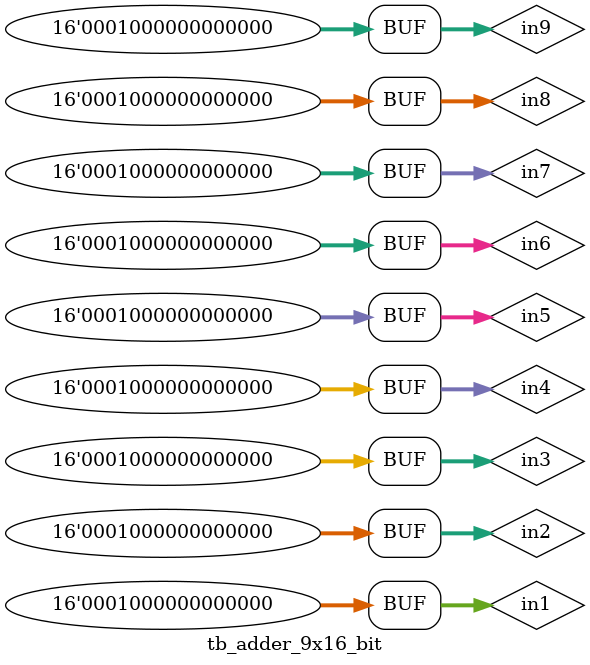
<source format=v>
`include "adder_9x16_bit.v"
`timescale 1ps / 1ps

module tb_adder_9x16_bit();
    parameter WIDTH=16;
    reg [WIDTH-1:0] in1, in2, in3, in4, in5, in6, in7, in8, in9;
    wire [WIDTH-1:0] out;

    adder_9x16_bit #(.WIDTH(WIDTH), .WIDTH(WIDTH)) adder
    (
        .in1(in1),
        .in2(in2),
        .in3(in3),
        .in4(in4),
        .in5(in5),
        .in6(in6),
        .in7(in7),
        .in8(in8),
        .in9(in9),
        .out(out)
    );

    initial begin
        $dumpfile("tb_adder_9x16_bit.vcd");
        $dumpvars(0, tb_adder_9x16_bit);
        in1 = 16'b0001000000000000;
        in2 = 16'b0001000000000000;
        in3 = 16'b0001000000000000;
        in4 = 16'b0001000000000000;
        in5 = 16'b0001000000000000;
        in6 = 16'b0001000000000000;
        in7 = 16'b0001000000000000;
        in8 = 16'b0001000000000000;
        in9 = 16'b0001000000000000;
        #10;
    end
endmodule
</source>
